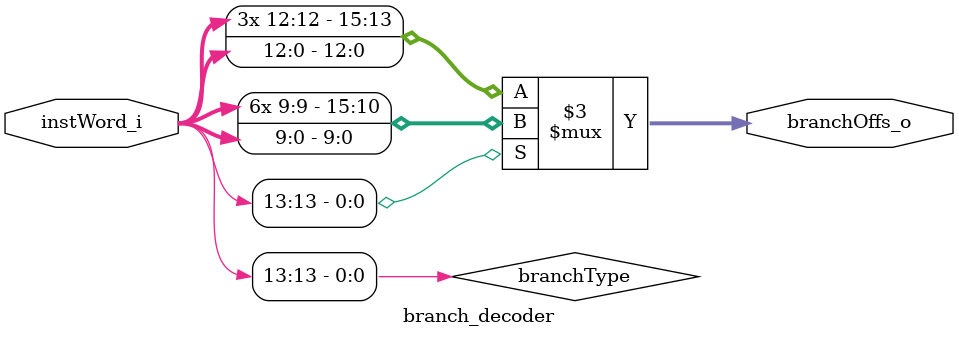
<source format=sv>




module branch_decoder
#(
	parameter WORD = 16
 )
(
	input wire[WORD-1:0] instWord_i,
	output reg[WORD-1:0] branchOffs_o
);

/*
 * A branch instruction's last bits (15:13) are
 * 000 for a branch with link
 * 001 for a Conditional brancH
 * 
 * Since this module only deals with branch instructions,
 * we only need to account for the differences between the branching instructions.
 * In this case it's bit 13. 
 * if 0 then let's assume its a conditional branch,
 * if 1 then let's assume it's a branch with link.
 */

localparam COND_H 	= 9;
localparam BL_H 	= 12;

localparam COND_SXT = WORD - 1 - COND_H;
localparam BL_SXT  	= WORD - 1 - BL_H;

enum {BRANCH_W_LINK, CONDITIONAL_BRANCH} BRANCH_TYPES;

wire branchType = instWord_i[13];

 always @ (*) begin
 	if (branchType)	// 1 = Conditional branch
 		branchOffs_o <= {{COND_SXT{instWord_i[COND_H]}}, instWord_i[COND_H:0]};
 	else
 		branchOffs_o <= {{BL_SXT{instWord_i[BL_H]}}, instWord_i[BL_H:0]};
 end

endmodule
</source>
